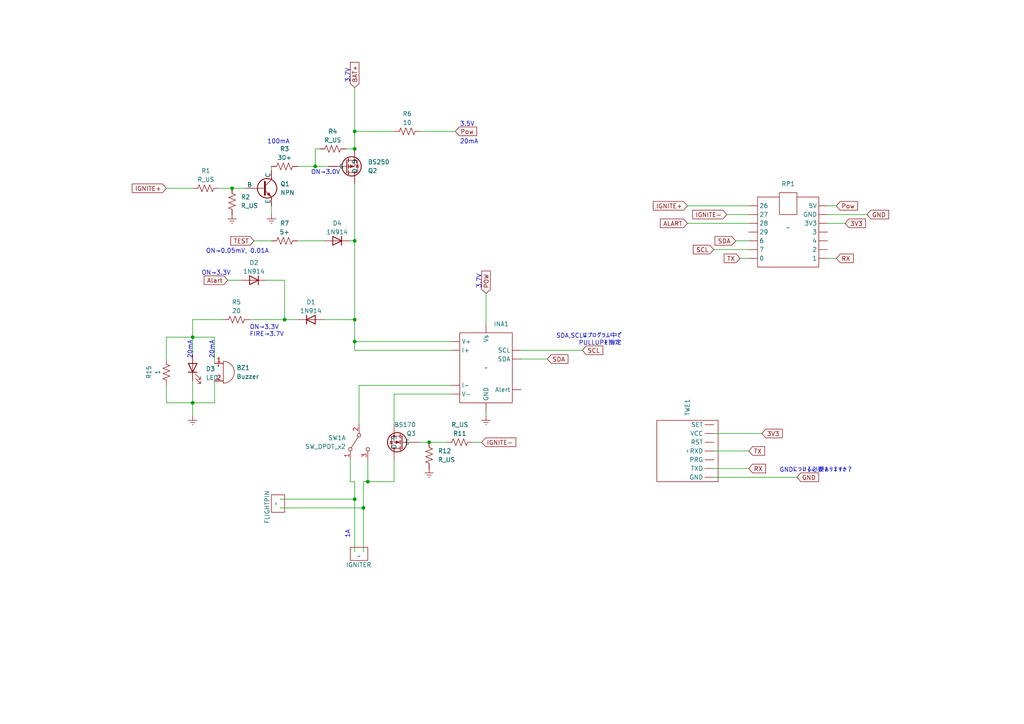
<source format=kicad_sch>
(kicad_sch (version 20230121) (generator eeschema)
  (paper "A4")
  (lib_symbols
    (symbol "Currentmeter-Voltmeter:INA226_module"
      (property "Reference" "INA1" (at 2.1941 12.7 0))
      (property "Value" "~" (at 0 0 0))
      (symbol "INA226_module_0_1"
        (rectangle (start -7.62 10.16) (end 7.62 -10.16))
      )
      (symbol "INA226_module_1_1"
        (pin input line (at 10.16 -6.35 180) (length 2.54) (name "Alert") (number ""))
        (pin input line (at 0 -12.7 90) (length 2.54) (name "GND") (number ""))
        (pin input line (at -10.16 5.08 0) (length 2.54) (name "I+") (number ""))
        (pin input line (at -10.16 -5.08 0) (length 2.54) (name "I-") (number ""))
        (pin input line (at 10.16 5.08 180) (length 2.54) (name "SCL") (number ""))
        (pin input line (at 10.16 2.54 180) (length 2.54) (name "SDA") (number ""))
        (pin input line (at -10.16 7.62 0) (length 2.54) (name "V+") (number ""))
        (pin input line (at -10.16 -7.62 0) (length 2.54) (name "V-") (number ""))
        (pin input line (at 0 12.7 270) (length 2.54) (name "Vs") (number ""))
      )
    )
    (symbol "Device:Buzzer" (pin_names (offset 0.0254) hide)
      (property "Reference" "BZ" (at 3.81 1.27 0))
      (property "Value" "Buzzer" (at 3.81 -1.27 0))
      (symbol "Buzzer_0_1"
        (arc (start 0 -3.175) (mid 3.1612 0) (end 0 3.175))
        (polyline (pts (xy -1.651 1.905) (xy -1.143 1.905)))
        (polyline (pts (xy -1.397 2.159) (xy -1.397 1.651)))
        (polyline (pts (xy 0 3.175) (xy 0 -3.175)))
      )
      (symbol "Buzzer_1_1"
        (pin passive line (at -2.54 2.54 0) (length 2.54) (name "-") (number "1"))
        (pin passive line (at -2.54 -2.54 0) (length 2.54) (name "+") (number "2"))
      )
    )
    (symbol "Device:LED" (pin_numbers hide) (pin_names (offset 1.016) hide)
      (property "Reference" "D" (at 0 2.54 0))
      (property "Value" "LED" (at 0 -2.54 0))
      (symbol "LED_0_1"
        (polyline (pts (xy -1.27 -1.27) (xy -1.27 1.27)) (stroke (width 0.254)))
        (polyline (pts (xy -1.27 0) (xy 1.27 0)))
        (polyline (pts (xy 1.27 -1.27) (xy 1.27 1.27) (xy -1.27 0) (xy 1.27 -1.27)) (stroke (width 0.254)))
        (polyline (pts (xy -3.048 -0.762) (xy -4.572 -2.286) (xy -3.81 -2.286) (xy -4.572 -2.286) (xy -4.572 -1.524)))
        (polyline (pts (xy -1.778 -0.762) (xy -3.302 -2.286) (xy -2.54 -2.286) (xy -3.302 -2.286) (xy -3.302 -1.524)))
      )
      (symbol "LED_1_1"
        (pin passive line (at -3.81 0 0) (length 2.54) (name "K") (number "1"))
        (pin passive line (at 3.81 0 180) (length 2.54) (name "A") (number "2"))
      )
    )
    (symbol "Device:R_US" (pin_numbers hide) (pin_names (offset 0))
      (property "Reference" "R" (at 2.54 0 90))
      (property "Value" "R_US" (at -2.54 0 90))
      (symbol "R_US_0_1"
        (polyline (pts (xy 0 -2.286) (xy 0 -2.54)))
        (polyline (pts (xy 0 2.286) (xy 0 2.54)))
        (polyline (pts (xy 0 -0.762) (xy 1.016 -1.143) (xy 0 -1.524) (xy -1.016 -1.905) (xy 0 -2.286)))
        (polyline (pts (xy 0 0.762) (xy 1.016 0.381) (xy 0 0) (xy -1.016 -0.381) (xy 0 -0.762)))
        (polyline (pts (xy 0 2.286) (xy 1.016 1.905) (xy 0 1.524) (xy -1.016 1.143) (xy 0 0.762)))
      )
      (symbol "R_US_1_1"
        (pin passive line (at 0 3.81 270) (length 1.27) (name "~") (number "1"))
        (pin passive line (at 0 -3.81 90) (length 1.27) (name "~") (number "2"))
      )
    )
    (symbol "Diode:1N914" (pin_numbers hide) (pin_names hide)
      (property "Reference" "D" (at 0 2.54 0))
      (property "Value" "1N914" (at 0 -2.54 0))
      (symbol "1N914_0_1"
        (polyline (pts (xy -1.27 1.27) (xy -1.27 -1.27)) (stroke (width 0.254)))
        (polyline (pts (xy 1.27 0) (xy -1.27 0)))
        (polyline (pts (xy 1.27 1.27) (xy 1.27 -1.27) (xy -1.27 0) (xy 1.27 1.27)) (stroke (width 0.254)))
      )
      (symbol "1N914_1_1"
        (pin passive line (at -3.81 0 0) (length 2.54) (name "K") (number "1"))
        (pin passive line (at 3.81 0 180) (length 2.54) (name "A") (number "2"))
      )
    )
    (symbol "Simulation_SPICE:NPN" (pin_numbers hide) (pin_names (offset 0))
      (property "Reference" "Q" (at -2.54 7.62 0))
      (property "Value" "NPN" (at -2.54 5.08 0))
      (symbol "NPN_0_1"
        (polyline (pts (xy -2.54 0) (xy 0.635 0)) (stroke (width 0.1524)))
        (polyline (pts (xy 0.635 0.635) (xy 2.54 2.54)))
        (polyline (pts (xy 2.794 -1.27) (xy 2.794 -1.27)) (stroke (width 0.1524)))
        (polyline (pts (xy 2.794 -1.27) (xy 2.794 -1.27)) (stroke (width 0.1524)))
        (polyline (pts (xy 0.635 -0.635) (xy 2.54 -2.54) (xy 2.54 -2.54)))
        (polyline (pts (xy 0.635 1.905) (xy 0.635 -1.905) (xy 0.635 -1.905)) (stroke (width 0.508)))
        (polyline (pts (xy 1.27 -1.778) (xy 1.778 -1.27) (xy 2.286 -2.286) (xy 1.27 -1.778) (xy 1.27 -1.778)) (fill (type outline)))
        (circle (center 1.27 0) (radius 2.8194) (stroke (width 0.254)))
      )
      (symbol "NPN_1_1"
        (pin open_collector line (at 2.54 5.08 270) (length 2.54) (name "C") (number "1"))
        (pin input line (at -5.08 0 0) (length 2.54) (name "B") (number "2"))
        (pin open_emitter line (at 2.54 -5.08 90) (length 2.54) (name "E") (number "3"))
      )
    )
    (symbol "SingleIgniter_1"
      (property "Reference" "Ig" (at 0 0 0))
      (symbol "SingleIgniter_1_0_1"
        (rectangle (start -2.54 2.54) (end 2.54 -1.27))
      )
      (symbol "SingleIgniter_1_1_1"
        (pin input line (at -1.27 1.27 90) (length 0) (name "") (number ""))
        (pin input line (at 1.27 1.27 90) (length 0) (name "") (number ""))
      )
    )
    (symbol "Switch:SW_DPDT_x2" (pin_names (offset 0) hide)
      (property "Reference" "SW" (at 0 4.318 0))
      (property "Value" "SW_DPDT_x2" (at 0 -5.08 0))
      (symbol "SW_DPDT_x2_0_0"
        (circle (center -2.032 0) (radius 0.508))
        (circle (center 2.032 -2.54) (radius 0.508))
      )
      (symbol "SW_DPDT_x2_0_1"
        (polyline (pts (xy -1.524 0.254) (xy 1.651 2.286)))
        (circle (center 2.032 2.54) (radius 0.508))
      )
      (symbol "SW_DPDT_x2_1_1"
        (pin passive line (at 5.08 2.54 180) (length 2.54) (name "A") (number "1"))
        (pin passive line (at -5.08 0 0) (length 2.54) (name "B") (number "2"))
        (pin passive line (at 5.08 -2.54 180) (length 2.54) (name "C") (number "3"))
      )
      (symbol "SW_DPDT_x2_2_1"
        (pin passive line (at 5.08 2.54 180) (length 2.54) (name "A") (number "4"))
        (pin passive line (at -5.08 0 0) (length 2.54) (name "B") (number "5"))
        (pin passive line (at 5.08 -2.54 180) (length 2.54) (name "C") (number "6"))
      )
    )
    (symbol "Transistor_FET:BS170" (pin_numbers hide)
      (property "Reference" "Q" (at 5.08 1.905 0))
      (property "Value" "BS170" (at 5.08 0 0))
      (symbol "BS170_0_1"
        (polyline (pts (xy 0.254 0) (xy -2.54 0)))
        (polyline (pts (xy 0.254 1.905) (xy 0.254 -1.905)) (stroke (width 0.254)))
        (polyline (pts (xy 0.762 -1.27) (xy 0.762 -2.286)) (stroke (width 0.254)))
        (polyline (pts (xy 0.762 0.508) (xy 0.762 -0.508)) (stroke (width 0.254)))
        (polyline (pts (xy 0.762 2.286) (xy 0.762 1.27)) (stroke (width 0.254)))
        (polyline (pts (xy 2.54 2.54) (xy 2.54 1.778)))
        (polyline (pts (xy 2.54 -2.54) (xy 2.54 0) (xy 0.762 0)))
        (polyline (pts (xy 0.762 -1.778) (xy 3.302 -1.778) (xy 3.302 1.778) (xy 0.762 1.778)))
        (polyline (pts (xy 1.016 0) (xy 2.032 0.381) (xy 2.032 -0.381) (xy 1.016 0)) (fill (type outline)))
        (polyline (pts (xy 2.794 0.508) (xy 2.921 0.381) (xy 3.683 0.381) (xy 3.81 0.254)))
        (polyline (pts (xy 3.302 0.381) (xy 2.921 -0.254) (xy 3.683 -0.254) (xy 3.302 0.381)))
        (circle (center 1.651 0) (radius 2.794) (stroke (width 0.254)))
        (circle (center 2.54 -1.778) (radius 0.254) (fill (type outline)))
        (circle (center 2.54 1.778) (radius 0.254) (fill (type outline)))
      )
      (symbol "BS170_1_1"
        (pin passive line (at 2.54 5.08 270) (length 2.54) (name "D") (number "1"))
        (pin input line (at -5.08 0 0) (length 2.54) (name "G") (number "2"))
        (pin passive line (at 2.54 -5.08 90) (length 2.54) (name "S") (number "3"))
      )
    )
    (symbol "Transistor_FET:BS250" (pin_numbers hide)
      (property "Reference" "Q" (at 5.08 1.905 0))
      (property "Value" "BS250" (at 5.08 0 0))
      (symbol "BS250_0_1"
        (polyline (pts (xy 0.254 0) (xy -2.54 0)))
        (polyline (pts (xy 0.254 1.905) (xy 0.254 -1.905)) (stroke (width 0.254)))
        (polyline (pts (xy 0.762 -1.27) (xy 0.762 -2.286)) (stroke (width 0.254)))
        (polyline (pts (xy 0.762 0.508) (xy 0.762 -0.508)) (stroke (width 0.254)))
        (polyline (pts (xy 0.762 2.286) (xy 0.762 1.27)) (stroke (width 0.254)))
        (polyline (pts (xy 2.54 2.54) (xy 2.54 1.778)))
        (polyline (pts (xy 2.54 -2.54) (xy 2.54 0) (xy 0.762 0)))
        (polyline (pts (xy 0.762 1.778) (xy 3.302 1.778) (xy 3.302 -1.778) (xy 0.762 -1.778)))
        (polyline (pts (xy 2.286 0) (xy 1.27 0.381) (xy 1.27 -0.381) (xy 2.286 0)) (fill (type outline)))
        (polyline (pts (xy 2.794 -0.508) (xy 2.921 -0.381) (xy 3.683 -0.381) (xy 3.81 -0.254)))
        (polyline (pts (xy 3.302 -0.381) (xy 2.921 0.254) (xy 3.683 0.254) (xy 3.302 -0.381)))
        (circle (center 1.651 0) (radius 2.794) (stroke (width 0.254)))
        (circle (center 2.54 -1.778) (radius 0.254) (fill (type outline)))
        (circle (center 2.54 1.778) (radius 0.254) (fill (type outline)))
      )
      (symbol "BS250_1_1"
        (pin passive line (at 2.54 5.08 270) (length 2.54) (name "D") (number "1"))
        (pin input line (at -5.08 0 0) (length 2.54) (name "G") (number "2"))
        (pin passive line (at 2.54 -5.08 90) (length 2.54) (name "S") (number "3"))
      )
    )
    (symbol "miconboard:Seeed_Xiao_RP2040"
      (property "Reference" "RP2040" (at 0 -1.27 90))
      (symbol "Seeed_Xiao_RP2040_1_1"
        (polyline (pts (xy -8.89 -11.43) (xy -8.89 8.89) (xy -2.54 8.89) (xy -2.54 10.16) (xy -2.54 3.81) (xy 2.54 3.81) (xy 2.54 10.16) (xy -2.54 10.16) (xy 2.54 10.16) (xy 2.54 8.89) (xy 8.89 8.89) (xy 8.89 -11.43) (xy -7.62 -11.43) (xy -8.89 -11.43)))
        (pin input line (at -11.43 -8.89 0) (length 2.54) (name "0") (number ""))
        (pin input line (at 11.43 -8.89 180) (length 2.54) (name "1") (number ""))
        (pin input line (at 11.43 -6.35 180) (length 2.54) (name "2") (number ""))
        (pin input line (at -11.43 6.35 0) (length 2.54) (name "26") (number ""))
        (pin input line (at -11.43 3.81 0) (length 2.54) (name "27") (number ""))
        (pin input line (at -11.43 1.27 0) (length 2.54) (name "28") (number ""))
        (pin input line (at -11.43 -1.27 0) (length 2.54) (name "29") (number ""))
        (pin input line (at 11.43 -1.27 180) (length 2.54) (name "3") (number ""))
        (pin input line (at 11.43 1.27 180) (length 2.54) (name "3V3") (number ""))
        (pin input line (at 11.43 -3.81 180) (length 2.54) (name "4") (number ""))
        (pin input line (at 11.43 6.35 180) (length 2.54) (name "5V") (number ""))
        (pin input line (at -11.43 -3.81 0) (length 2.54) (name "6") (number ""))
        (pin input line (at -11.43 -6.35 0) (length 2.54) (name "7") (number ""))
        (pin input line (at 11.43 3.81 180) (length 2.54) (name "GND") (number ""))
      )
    )
    (symbol "miconboard:TWELITE_UART"
      (property "Reference" "TWE" (at 0 0 0))
      (symbol "TWELITE_UART_0_1"
        (rectangle (start -8.89 8.89) (end 8.89 -8.89))
      )
      (symbol "TWELITE_UART_1_1"
        (pin input line (at -7.62 -7.62 90) (length 2.54) (name "GND") (number ""))
        (pin input line (at -2.54 -7.62 90) (length 2.54) (name "PRG") (number ""))
        (pin input line (at 2.54 -7.62 90) (length 2.54) (name "RST") (number ""))
        (pin input line (at 0 -7.62 90) (length 2.54) (name "RXD") (number ""))
        (pin input line (at 7.62 -7.62 90) (length 2.54) (name "SET") (number ""))
        (pin input line (at -5.08 -7.62 90) (length 2.54) (name "TXD") (number ""))
        (pin input line (at 5.08 -7.62 90) (length 2.54) (name "VCC") (number ""))
      )
    )
    (symbol "power:Earth" (power) (pin_names (offset 0))
      (symbol "Earth_0_1"
        (polyline (pts (xy -0.635 -1.905) (xy 0.635 -1.905)))
        (polyline (pts (xy -0.127 -2.54) (xy 0.127 -2.54)))
        (polyline (pts (xy 0 -1.27) (xy 0 0)))
        (polyline (pts (xy 1.27 -1.27) (xy -1.27 -1.27)))
      )
      (symbol "Earth_1_1"
        (pin power_in line (at 0 0 270) (length 0) hide (name "Earth") (number "1"))
      )
    )
  )
  (junction (at 106.68 139.7))
  (junction (at 55.88 116.84))
  (junction (at 102.87 69.85))
  (junction (at 105.41 147.32))
  (junction (at 102.87 99.06))
  (junction (at 102.87 144.78))
  (junction (at 102.87 38.1))
  (junction (at 55.88 97.79))
  (junction (at 102.87 92.71))
  (junction (at 82.55 92.71))
  (junction (at 124.46 128.27))
  (junction (at 67.31 54.61))
  (junction (at 102.87 43.18))
  (junction (at 91.44 48.26))
  (wire (pts (xy 129.54 128.27) (xy 124.46 128.27)))
  (wire (pts (xy 48.26 97.79) (xy 55.88 97.79)))
  (wire (pts (xy 199.39 64.77) (xy 217.17 64.77)))
  (wire (pts (xy 78.74 59.69) (xy 78.74 62.23)))
  (wire (pts (xy 101.6 139.7) (xy 101.6 133.35)))
  (wire (pts (xy 102.87 38.1) (xy 114.3 38.1)))
  (wire (pts (xy 130.81 111.76) (xy 104.14 111.76)))
  (wire (pts (xy 102.87 144.78) (xy 102.87 160.02)))
  (wire (pts (xy 214.63 74.93) (xy 217.17 74.93)))
  (wire (pts (xy 81.28 144.78) (xy 102.87 144.78)))
  (wire (pts (xy 48.26 116.84) (xy 55.88 116.84)))
  (wire (pts (xy 102.87 38.1) (xy 102.87 43.18)))
  (wire (pts (xy 72.39 92.71) (xy 82.55 92.71)))
  (wire (pts (xy 102.87 53.34) (xy 102.87 69.85)))
  (wire (pts (xy 48.26 104.14) (xy 48.26 97.79)))
  (wire (pts (xy 207.01 138.43) (xy 231.14 138.43)))
  (wire (pts (xy 105.41 147.32) (xy 105.41 160.02)))
  (wire (pts (xy 210.82 62.23) (xy 217.17 62.23)))
  (wire (pts (xy 67.31 54.61) (xy 71.12 54.61)))
  (wire (pts (xy 102.87 69.85) (xy 102.87 92.71)))
  (wire (pts (xy 207.01 125.73) (xy 220.98 125.73)))
  (wire (pts (xy 242.57 59.69) (xy 240.03 59.69)))
  (wire (pts (xy 199.39 59.69) (xy 217.17 59.69)))
  (wire (pts (xy 105.41 147.32) (xy 105.41 139.7)))
  (wire (pts (xy 55.88 116.84) (xy 55.88 120.65)))
  (wire (pts (xy 102.87 99.06) (xy 130.81 99.06)))
  (wire (pts (xy 114.3 139.7) (xy 106.68 139.7)))
  (wire (pts (xy 151.13 101.6) (xy 168.91 101.6)))
  (wire (pts (xy 102.87 139.7) (xy 101.6 139.7)))
  (wire (pts (xy 62.23 110.49) (xy 62.23 116.84)))
  (wire (pts (xy 213.36 69.85) (xy 217.17 69.85)))
  (wire (pts (xy 48.26 54.61) (xy 55.88 54.61)))
  (wire (pts (xy 55.88 92.71) (xy 64.77 92.71)))
  (wire (pts (xy 48.26 111.76) (xy 48.26 116.84)))
  (wire (pts (xy 137.16 128.27) (xy 139.7 128.27)))
  (wire (pts (xy 102.87 139.7) (xy 102.87 144.78)))
  (wire (pts (xy 55.88 92.71) (xy 55.88 97.79)))
  (wire (pts (xy 55.88 110.49) (xy 55.88 116.84)))
  (wire (pts (xy 207.01 130.81) (xy 217.17 130.81)))
  (wire (pts (xy 82.55 92.71) (xy 86.36 92.71)))
  (wire (pts (xy 130.81 101.6) (xy 102.87 101.6)))
  (wire (pts (xy 100.33 43.18) (xy 102.87 43.18)))
  (wire (pts (xy 63.5 54.61) (xy 67.31 54.61)))
  (wire (pts (xy 101.6 69.85) (xy 102.87 69.85)))
  (wire (pts (xy 62.23 97.79) (xy 62.23 105.41)))
  (wire (pts (xy 240.03 74.93) (xy 242.57 74.93)))
  (wire (pts (xy 55.88 97.79) (xy 55.88 102.87)))
  (wire (pts (xy 140.97 85.09) (xy 140.97 93.98)))
  (wire (pts (xy 114.3 114.3) (xy 130.81 114.3)))
  (wire (pts (xy 106.68 139.7) (xy 106.68 133.35)))
  (wire (pts (xy 114.3 133.35) (xy 114.3 139.7)))
  (wire (pts (xy 93.98 92.71) (xy 102.87 92.71)))
  (wire (pts (xy 55.88 97.79) (xy 62.23 97.79)))
  (wire (pts (xy 104.14 111.76) (xy 104.14 123.19)))
  (wire (pts (xy 81.28 147.32) (xy 105.41 147.32)))
  (wire (pts (xy 121.92 38.1) (xy 132.08 38.1)))
  (wire (pts (xy 102.87 101.6) (xy 102.87 99.06)))
  (wire (pts (xy 86.36 48.26) (xy 91.44 48.26)))
  (wire (pts (xy 106.68 139.7) (xy 105.41 139.7)))
  (wire (pts (xy 240.03 62.23) (xy 251.46 62.23)))
  (wire (pts (xy 124.46 128.27) (xy 121.92 128.27)))
  (wire (pts (xy 91.44 43.18) (xy 91.44 48.26)))
  (wire (pts (xy 82.55 81.28) (xy 82.55 92.71)))
  (wire (pts (xy 140.97 119.38) (xy 140.97 120.65)))
  (wire (pts (xy 77.47 81.28) (xy 82.55 81.28)))
  (wire (pts (xy 207.01 135.89) (xy 217.17 135.89)))
  (wire (pts (xy 86.36 69.85) (xy 93.98 69.85)))
  (wire (pts (xy 240.03 64.77) (xy 245.11 64.77)))
  (wire (pts (xy 66.04 81.28) (xy 69.85 81.28)))
  (wire (pts (xy 102.87 25.4) (xy 102.87 38.1)))
  (wire (pts (xy 151.13 104.14) (xy 158.75 104.14)))
  (wire (pts (xy 73.66 69.85) (xy 78.74 69.85)))
  (wire (pts (xy 91.44 48.26) (xy 95.25 48.26)))
  (wire (pts (xy 114.3 123.19) (xy 114.3 114.3)))
  (wire (pts (xy 62.23 116.84) (xy 55.88 116.84)))
  (wire (pts (xy 91.44 43.18) (xy 92.71 43.18)))
  (wire (pts (xy 78.74 48.26) (xy 78.74 49.53)))
  (wire (pts (xy 102.87 92.71) (xy 102.87 99.06)))
  (wire (pts (xy 207.01 72.39) (xy 217.17 72.39)))
  (text "ON→3.3V\nFIRE→3.7V" (at 72.39 97.79 0) (effects (font (size 1.27 1.27)) (justify left bottom)))
  (text "1A" (at 101.6 156.21 90) (effects (font (size 1.27 1.27)) (justify left bottom)))
  (text "3.7V" (at 101.6 24.13 90) (effects (font (size 1.27 1.27)) (justify left bottom)))
  (text "ON→3.3V" (at 58.42 80.01 0) (effects (font (size 1.27 1.27)) (justify left bottom)))
  (text "3.5V" (at 133.35 36.83 0) (effects (font (size 1.27 1.27)) (justify left bottom)))
  (text "100mA" (at 77.47 41.91 0) (effects (font (size 1.27 1.27)) (justify left bottom)))
  (text "GNDにつける必要ありますか？" (at 226.06 137.16 0) (effects (font (size 1.27 1.27)) (justify left bottom)))
  (text "SDA,SCLはプログラム中で\nPULLUPを指定" (at 180.34 100.33 0) (effects (font (size 1.27 1.27)) (justify right bottom)))
  (text "20mA" (at 62.23 104.14 90) (effects (font (size 1.27 1.27)) (justify left bottom)))
  (text "20mA" (at 55.88 104.14 90) (effects (font (size 1.27 1.27)) (justify left bottom)))
  (text "20mA" (at 133.35 41.91 0) (effects (font (size 1.27 1.27)) (justify left bottom)))
  (text "3.7V" (at 139.7 83.82 90) (effects (font (size 1.27 1.27)) (justify left bottom)))
  (text "ON→3.0V" (at 90.17 50.8 0) (effects (font (size 1.27 1.27)) (justify left bottom)))
  (text "ON→0.05mV, 0.01A" (at 59.69 73.66 0) (effects (font (size 1.27 1.27)) (justify left bottom)))
  (global_label "BAT+" (shape input) (at 102.87 25.4 90) (property "Intersheetrefs" "${INTERSHEET_REFS}" (effects hide)))
  (global_label "TX" (shape input) (at 214.63 74.93 180) (property "Intersheetrefs" "${INTERSHEET_REFS}" (effects hide)))
  (global_label "RX" (shape input) (at 242.57 74.93 0) (property "Intersheetrefs" "${INTERSHEET_REFS}" (effects hide)))
  (global_label "POW" (shape input) (at 140.97 85.09 90) (property "Intersheetrefs" "${INTERSHEET_REFS}" (effects hide)))
  (global_label "3V3" (shape input) (at 220.98 125.73 0) (property "Intersheetrefs" "${INTERSHEET_REFS}" (effects hide)))
  (global_label "Pow" (shape input) (at 132.08 38.1 0) (property "Intersheetrefs" "${INTERSHEET_REFS}" (effects hide)))
  (global_label "Alart" (shape input) (at 66.04 81.28 180) (property "Intersheetrefs" "${INTERSHEET_REFS}" (effects hide)))
  (global_label "IGNITE+" (shape input) (at 199.39 59.69 180) (property "Intersheetrefs" "${INTERSHEET_REFS}" (effects hide)))
  (global_label "TEST" (shape input) (at 73.66 69.85 180) (property "Intersheetrefs" "${INTERSHEET_REFS}" (effects hide)))
  (global_label "RX" (shape input) (at 217.17 135.89 0) (property "Intersheetrefs" "${INTERSHEET_REFS}" (effects hide)))
  (global_label "SCL" (shape input) (at 207.01 72.39 180) (property "Intersheetrefs" "${INTERSHEET_REFS}" (effects hide)))
  (global_label "IGNITE-" (shape input) (at 210.82 62.23 180) (property "Intersheetrefs" "${INTERSHEET_REFS}" (effects hide)))
  (global_label "ALART" (shape input) (at 199.39 64.77 180) (property "Intersheetrefs" "${INTERSHEET_REFS}" (effects hide)))
  (global_label "GND" (shape input) (at 231.14 138.43 0) (property "Intersheetrefs" "${INTERSHEET_REFS}" (effects hide)))
  (global_label "IGNITE-" (shape input) (at 139.7 128.27 0) (property "Intersheetrefs" "${INTERSHEET_REFS}" (effects hide)))
  (global_label "TX" (shape input) (at 217.17 130.81 0) (property "Intersheetrefs" "${INTERSHEET_REFS}" (effects hide)))
  (global_label "GND" (shape input) (at 251.46 62.23 0) (property "Intersheetrefs" "${INTERSHEET_REFS}" (effects hide)))
  (global_label "Pow" (shape input) (at 242.57 59.69 0) (property "Intersheetrefs" "${INTERSHEET_REFS}" (effects hide)))
  (global_label "IGNITE+" (shape input) (at 48.26 54.61 180) (property "Intersheetrefs" "${INTERSHEET_REFS}" (effects hide)))
  (global_label "SCL" (shape input) (at 168.91 101.6 0) (property "Intersheetrefs" "${INTERSHEET_REFS}" (effects hide)))
  (global_label "3V3" (shape input) (at 245.11 64.77 0) (property "Intersheetrefs" "${INTERSHEET_REFS}" (effects hide)))
  (global_label "SDA" (shape input) (at 158.75 104.14 0) (property "Intersheetrefs" "${INTERSHEET_REFS}" (effects hide)))
  (global_label "SDA" (shape input) (at 213.36 69.85 180) (property "Intersheetrefs" "${INTERSHEET_REFS}" (effects hide)))
  (symbol (lib_id "Device:R_US") (at 48.26 107.95 180) (unit 1)
    (property "Reference" "R15" (at 43.18 107.95 90))
    (property "Value" "1" (at 45.72 107.95 90))
  )
  (symbol (lib_id "Device:R_US") (at 118.11 38.1 270) (unit 1)
    (property "Reference" "R6" (at 118.11 33.02 90))
    (property "Value" "10" (at 118.11 35.56 90))
  )
  (symbol (lib_id "Device:R_US") (at 82.55 69.85 270) (unit 1)
    (property "Reference" "R7" (at 82.55 64.77 90))
    (property "Value" "5+" (at 82.55 67.31 90))
  )
  (symbol (lib_id "Switch:SW_DPDT_x2") (at 104.14 128.27 90) (mirror x) (unit 1)
    (property "Reference" "SW1" (at 100.33 127 90) (effects (justify left)))
    (property "Value" "SW_DPDT_x2" (at 100.33 129.54 90) (effects (justify left)))
  )
  (symbol (lib_id "Device:R_US") (at 68.58 92.71 90) (unit 1)
    (property "Reference" "R5" (at 68.58 87.63 90))
    (property "Value" "20" (at 68.58 90.17 90))
  )
  (symbol (lib_name "SingleIgniter_1") (lib_id "Modelrocket Igniter:SingleIgniter") (at 104.14 161.29 0) (unit 1)
    (property "Reference" "IGNITER" (at 100.33 163.83 0) (effects (justify left)))
    (property "Value" "~" (at 104.14 161.29 0))
  )
  (symbol (lib_id "Device:R_US") (at 133.35 128.27 270) (unit 1)
    (property "Reference" "R11" (at 133.35 125.73 90))
    (property "Value" "R_US" (at 133.35 123.19 90))
  )
  (symbol (lib_id "Transistor_FET:BS250") (at 100.33 48.26 0) (mirror x) (unit 1)
    (property "Reference" "Q2" (at 106.68 49.53 0) (effects (justify left)))
    (property "Value" "BS250" (at 106.68 46.99 0) (effects (justify left)))
    (property "Footprint" "Package_TO_SOT_THT:TO-92_Inline" (effects hide))
    (property "Datasheet" "http://www.vishay.com/docs/70209/70209.pdf" (effects hide))
  )
  (symbol (lib_id "Device:R_US") (at 59.69 54.61 270) (unit 1)
    (property "Reference" "R1" (at 59.69 49.53 90))
    (property "Value" "R_US" (at 59.69 52.07 90))
  )
  (symbol (lib_id "Diode:1N914") (at 90.17 92.71 0) (unit 1)
    (property "Reference" "D1" (at 90.17 87.63 0))
    (property "Value" "1N914" (at 90.17 90.17 0))
    (property "Footprint" "Diode_THT:D_DO-35_SOD27_P7.62mm_Horizontal" (effects hide))
    (property "Datasheet" "http://www.vishay.com/docs/85622/1n914.pdf" (effects hide))
    (property "Sim.Device" "D" (effects hide))
    (property "Sim.Pins" "1=K 2=A" (effects hide))
  )
  (symbol (lib_id "Device:R_US") (at 82.55 48.26 270) (unit 1)
    (property "Reference" "R3" (at 82.55 43.18 90))
    (property "Value" "30+" (at 82.55 45.72 90))
  )
  (symbol (lib_id "Diode:1N914") (at 97.79 69.85 0) (mirror y) (unit 1)
    (property "Reference" "D4" (at 97.79 64.77 0))
    (property "Value" "1N914" (at 97.79 67.31 0))
    (property "Footprint" "Diode_THT:D_DO-35_SOD27_P7.62mm_Horizontal" (effects hide))
    (property "Datasheet" "http://www.vishay.com/docs/85622/1n914.pdf" (effects hide))
    (property "Sim.Device" "D" (effects hide))
    (property "Sim.Pins" "1=K 2=A" (effects hide))
  )
  (symbol (lib_id "power:Earth") (at 124.46 135.89 0) (unit 1)
    (property "Reference" "#PWR08" (effects hide))
    (property "Value" "Earth" (effects hide))
  )
  (symbol (lib_id "Diode:1N914") (at 73.66 81.28 0) (mirror y) (unit 1)
    (property "Reference" "D2" (at 73.66 76.2 0))
    (property "Value" "1N914" (at 73.66 78.74 0))
    (property "Footprint" "Diode_THT:D_DO-35_SOD27_P7.62mm_Horizontal" (effects hide))
    (property "Datasheet" "http://www.vishay.com/docs/85622/1n914.pdf" (effects hide))
    (property "Sim.Device" "D" (effects hide))
    (property "Sim.Pins" "1=K 2=A" (effects hide))
  )
  (symbol (lib_id "power:Earth") (at 55.88 120.65 0) (unit 1)
    (property "Reference" "#PWR04" (effects hide))
    (property "Value" "Earth" (effects hide))
  )
  (symbol (lib_id "Device:Buzzer") (at 64.77 107.95 0) (unit 1)
    (property "Reference" "BZ1" (at 68.58 106.68 0) (effects (justify left)))
    (property "Value" "Buzzer" (at 68.58 109.22 0) (effects (justify left)))
  )
  (symbol (lib_id "Device:R_US") (at 67.31 58.42 180) (unit 1)
    (property "Reference" "R2" (at 69.85 57.15 0) (effects (justify right)))
    (property "Value" "R_US" (at 69.85 59.69 0) (effects (justify right)))
  )
  (symbol (lib_id "power:Earth") (at 67.31 62.23 0) (unit 1)
    (property "Reference" "#PWR01" (effects hide))
    (property "Value" "Earth" (effects hide))
  )
  (symbol (lib_id "miconboard:TWELITE_UART") (at 199.39 130.81 90) (unit 1)
    (property "Reference" "TWE1" (at 199.39 120.65 0) (effects (justify left)))
    (property "Value" "~" (at 199.39 130.81 0))
  )
  (symbol (lib_id "power:Earth") (at 140.97 120.65 0) (unit 1)
    (property "Reference" "#PWR06" (effects hide))
    (property "Value" "Earth" (effects hide))
  )
  (symbol (lib_id "Transistor_FET:BS170") (at 116.84 128.27 180) (unit 1)
    (property "Reference" "Q3" (at 120.65 125.73 0) (effects (justify left)))
    (property "Value" "BS170" (at 120.65 123.19 0) (effects (justify left)))
    (property "Footprint" "Package_TO_SOT_THT:TO-92_Inline" (effects hide))
    (property "Datasheet" "https://www.onsemi.com/pub/Collateral/BS170-D.PDF" (effects hide))
  )
  (symbol (lib_id "Device:LED") (at 55.88 106.68 90) (unit 1)
    (property "Reference" "D3" (at 59.69 106.9975 90) (effects (justify right)))
    (property "Value" "LED" (at 59.69 109.5375 90) (effects (justify right)))
  )
  (symbol (lib_id "miconboard:Seeed_Xiao_RP2040") (at 228.6 66.04 0) (unit 1)
    (property "Reference" "RP1" (at 228.6 53.34 0))
    (property "Value" "~" (at 228.6 66.04 0))
  )
  (symbol (lib_id "Currentmeter-Voltmeter:INA226_module") (at 140.97 106.68 0) (unit 1)
    (property "Reference" "INA1" (at 143.1641 93.98 0) (effects (justify left)))
    (property "Value" "~" (at 140.97 106.68 0))
  )
  (symbol (lib_id "Device:R_US") (at 124.46 132.08 180) (unit 1)
    (property "Reference" "R12" (at 127 130.81 0) (effects (justify right)))
    (property "Value" "R_US" (at 127 133.35 0) (effects (justify right)))
  )
  (symbol (lib_name "SingleIgniter_1") (lib_id "Modelrocket Igniter:SingleIgniter") (at 80.01 146.05 270) (unit 1)
    (property "Reference" "FLIGHTPIN" (at 77.47 142.24 0) (effects (justify left)))
    (property "Value" "~" (at 80.01 146.05 0))
  )
  (symbol (lib_id "power:Earth") (at 78.74 62.23 0) (unit 1)
    (property "Reference" "#PWR02" (effects hide))
    (property "Value" "Earth" (effects hide))
  )
  (symbol (lib_id "Simulation_SPICE:NPN") (at 76.2 54.61 0) (unit 1)
    (property "Reference" "Q1" (at 81.28 53.34 0) (effects (justify left)))
    (property "Value" "NPN" (at 81.28 55.88 0) (effects (justify left)))
    (property "Sim.Device" "NPN" (effects hide))
    (property "Sim.Type" "GUMMELPOON" (effects hide))
    (property "Sim.Pins" "1=C 2=B 3=E" (effects hide))
  )
  (symbol (lib_id "Device:R_US") (at 96.52 43.18 270) (unit 1)
    (property "Reference" "R4" (at 96.52 38.1 90))
    (property "Value" "R_US" (at 96.52 40.64 90))
  )
)
</source>
